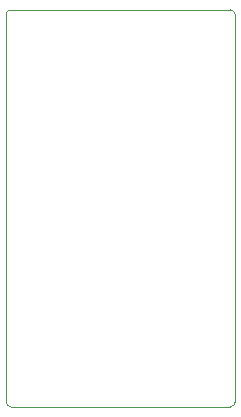
<source format=gbr>
%TF.GenerationSoftware,KiCad,Pcbnew,(5.1.10)-1*%
%TF.CreationDate,2024-04-20T07:26:56+09:00*%
%TF.ProjectId,BLEModule,424c454d-6f64-4756-9c65-2e6b69636164,rev?*%
%TF.SameCoordinates,Original*%
%TF.FileFunction,Profile,NP*%
%FSLAX46Y46*%
G04 Gerber Fmt 4.6, Leading zero omitted, Abs format (unit mm)*
G04 Created by KiCad (PCBNEW (5.1.10)-1) date 2024-04-20 07:26:56*
%MOMM*%
%LPD*%
G01*
G04 APERTURE LIST*
%TA.AperFunction,Profile*%
%ADD10C,0.050000*%
%TD*%
G04 APERTURE END LIST*
D10*
X135900000Y-58800000D02*
G75*
G02*
X136300000Y-58400000I400000J0D01*
G01*
X154900000Y-58400000D02*
G75*
G02*
X155300000Y-58800000I0J-400000D01*
G01*
X136300000Y-92000000D02*
G75*
G02*
X135900000Y-91600000I0J400000D01*
G01*
X155300000Y-91600000D02*
G75*
G02*
X154900000Y-92000000I-400000J0D01*
G01*
X154900000Y-58400000D02*
X136300000Y-58400000D01*
X155300000Y-91600000D02*
X155300000Y-58800000D01*
X136300000Y-92000000D02*
X154900000Y-92000000D01*
X135900000Y-58800000D02*
X135900000Y-91600000D01*
M02*

</source>
